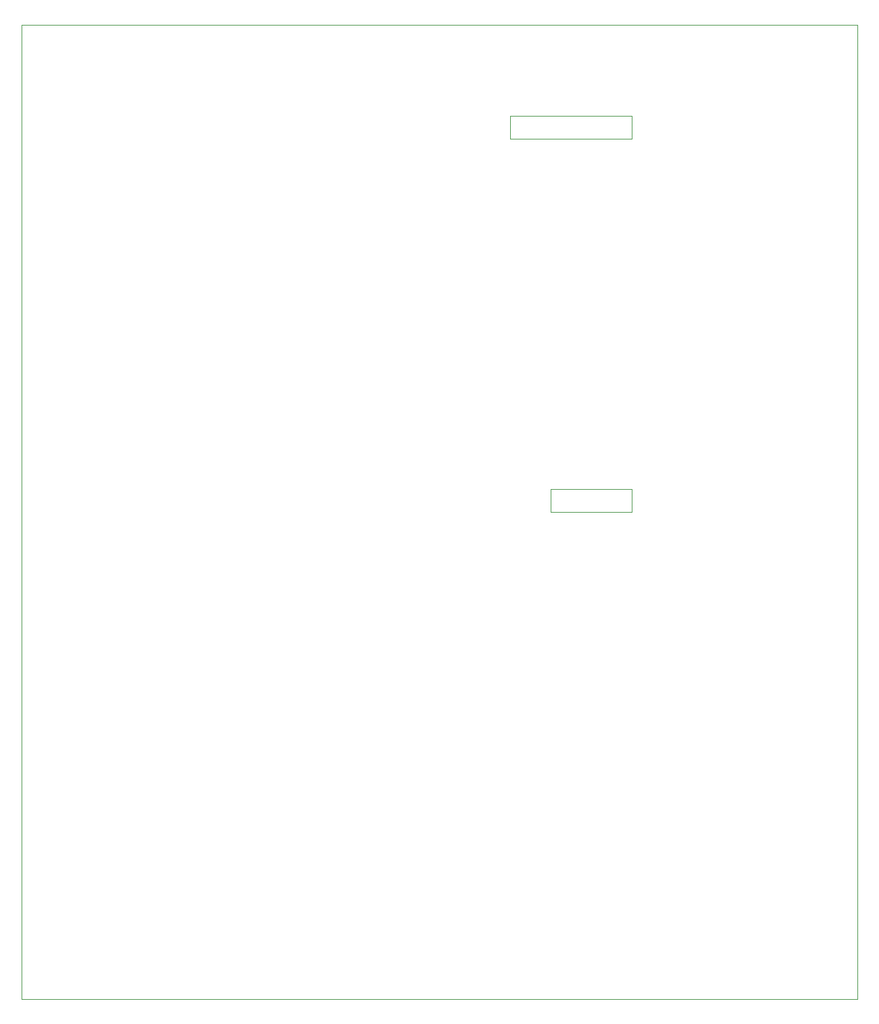
<source format=gbr>
%TF.GenerationSoftware,KiCad,Pcbnew,7.0.8*%
%TF.CreationDate,2024-03-10T19:24:50+01:00*%
%TF.ProjectId,Hacheur 4Q,48616368-6575-4722-9034-512e6b696361,rev?*%
%TF.SameCoordinates,Original*%
%TF.FileFunction,Profile,NP*%
%FSLAX46Y46*%
G04 Gerber Fmt 4.6, Leading zero omitted, Abs format (unit mm)*
G04 Created by KiCad (PCBNEW 7.0.8) date 2024-03-10 19:24:50*
%MOMM*%
%LPD*%
G01*
G04 APERTURE LIST*
%TA.AperFunction,Profile*%
%ADD10C,0.100000*%
%TD*%
G04 APERTURE END LIST*
D10*
X105000000Y-21000000D02*
X213250000Y-21000000D01*
X184000000Y-35750000D02*
X168250000Y-35750000D01*
X168250000Y-32750000D01*
X184000000Y-32750000D01*
X184000000Y-35750000D01*
X184000000Y-84000000D02*
X173500000Y-84000000D01*
X173500000Y-81000000D01*
X184000000Y-81000000D01*
X184000000Y-84000000D01*
X213250000Y-147000000D02*
X105000000Y-147000000D01*
X105000000Y-147000000D02*
X105000000Y-21000000D01*
X213250000Y-21000000D02*
X213250000Y-147000000D01*
M02*

</source>
